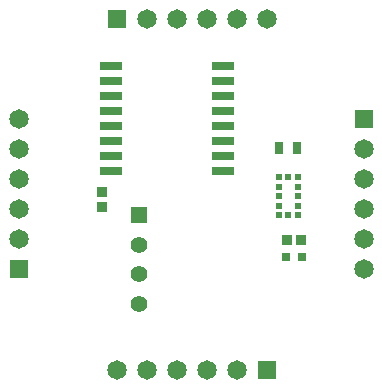
<source format=gbr>
G04*
G04 #@! TF.GenerationSoftware,Altium Limited,Altium Designer,25.8.1 (18)*
G04*
G04 Layer_Color=255*
%FSLAX25Y25*%
%MOIN*%
G70*
G04*
G04 #@! TF.SameCoordinates,8B26A7FC-FD43-4694-A22A-0022FF1C5016*
G04*
G04*
G04 #@! TF.FilePolarity,Positive*
G04*
G01*
G75*
%ADD13R,0.07677X0.02559*%
%ADD14R,0.01968X0.01968*%
%ADD15R,0.03740X0.03740*%
G04:AMPARAMS|DCode=16|XSize=29.92mil|YSize=26mil|CornerRadius=3.25mil|HoleSize=0mil|Usage=FLASHONLY|Rotation=90.000|XOffset=0mil|YOffset=0mil|HoleType=Round|Shape=RoundedRectangle|*
%AMROUNDEDRECTD16*
21,1,0.02992,0.01950,0,0,90.0*
21,1,0.02342,0.02600,0,0,90.0*
1,1,0.00650,0.00975,0.01171*
1,1,0.00650,0.00975,-0.01171*
1,1,0.00650,-0.00975,-0.01171*
1,1,0.00650,-0.00975,0.01171*
%
%ADD16ROUNDEDRECTD16*%
%ADD17R,0.03740X0.03740*%
%ADD18R,0.03150X0.03937*%
%ADD34C,0.06496*%
%ADD35C,0.05512*%
%ADD36R,0.06496X0.06496*%
%ADD37R,0.06496X0.06496*%
%ADD38R,0.05512X0.05512*%
D13*
X366535Y332677D02*
D03*
X403740Y347677D02*
D03*
X366535Y327677D02*
D03*
Y322677D02*
D03*
Y357677D02*
D03*
X403740Y332677D02*
D03*
Y322677D02*
D03*
Y327677D02*
D03*
Y357677D02*
D03*
Y337677D02*
D03*
Y342677D02*
D03*
Y352677D02*
D03*
X366535D02*
D03*
Y347677D02*
D03*
Y342677D02*
D03*
Y337677D02*
D03*
D14*
X428740Y314173D02*
D03*
Y307874D02*
D03*
X422441D02*
D03*
Y320472D02*
D03*
X428740Y311024D02*
D03*
X425591Y320472D02*
D03*
Y307874D02*
D03*
X422441Y311024D02*
D03*
Y317323D02*
D03*
Y314173D02*
D03*
X428740Y320472D02*
D03*
Y317323D02*
D03*
D15*
X425098Y299606D02*
D03*
X430020D02*
D03*
D16*
X424803Y294094D02*
D03*
X430315D02*
D03*
D17*
X363386Y315551D02*
D03*
Y310630D02*
D03*
D18*
X422638Y330315D02*
D03*
X428543D02*
D03*
D34*
X398661Y373228D02*
D03*
X450787Y309842D02*
D03*
X335827Y320000D02*
D03*
X388661Y256299D02*
D03*
X408661Y373228D02*
D03*
X450787Y319843D02*
D03*
X388661Y373228D02*
D03*
X335827Y310000D02*
D03*
X398661Y256299D02*
D03*
X335827Y330000D02*
D03*
X450787Y299843D02*
D03*
X408661Y256299D02*
D03*
X378661Y373228D02*
D03*
X335827Y300000D02*
D03*
X450787Y329842D02*
D03*
X378661Y256299D02*
D03*
X368661D02*
D03*
X335827Y340000D02*
D03*
X450787Y289843D02*
D03*
X418661Y373228D02*
D03*
D35*
X375984Y288189D02*
D03*
Y278346D02*
D03*
Y298031D02*
D03*
D36*
X450787Y339843D02*
D03*
X335827Y290000D02*
D03*
D37*
X368661Y373228D02*
D03*
X418661Y256299D02*
D03*
D38*
X375984Y307874D02*
D03*
M02*

</source>
